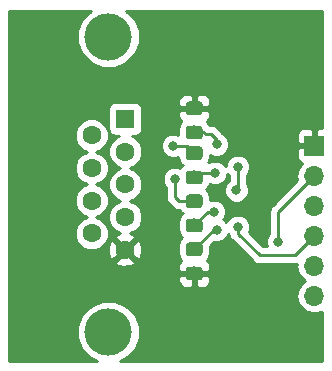
<source format=gbr>
G04 #@! TF.GenerationSoftware,KiCad,Pcbnew,(5.0.2)-1*
G04 #@! TF.CreationDate,2019-09-08T20:26:19-04:00*
G04 #@! TF.ProjectId,RS232_TTL_Male,52533233-325f-4545-944c-5f4d616c652e,rev?*
G04 #@! TF.SameCoordinates,Original*
G04 #@! TF.FileFunction,Copper,L2,Bot*
G04 #@! TF.FilePolarity,Positive*
%FSLAX46Y46*%
G04 Gerber Fmt 4.6, Leading zero omitted, Abs format (unit mm)*
G04 Created by KiCad (PCBNEW (5.0.2)-1) date 9/8/2019 8:26:19 PM*
%MOMM*%
%LPD*%
G01*
G04 APERTURE LIST*
G04 #@! TA.AperFunction,Conductor*
%ADD10C,0.100000*%
G04 #@! TD*
G04 #@! TA.AperFunction,SMDPad,CuDef*
%ADD11C,1.150000*%
G04 #@! TD*
G04 #@! TA.AperFunction,ComponentPad*
%ADD12R,1.700000X1.700000*%
G04 #@! TD*
G04 #@! TA.AperFunction,ComponentPad*
%ADD13O,1.700000X1.700000*%
G04 #@! TD*
G04 #@! TA.AperFunction,ComponentPad*
%ADD14R,1.600000X1.600000*%
G04 #@! TD*
G04 #@! TA.AperFunction,ComponentPad*
%ADD15C,1.600000*%
G04 #@! TD*
G04 #@! TA.AperFunction,ComponentPad*
%ADD16C,4.000000*%
G04 #@! TD*
G04 #@! TA.AperFunction,ViaPad*
%ADD17C,0.800000*%
G04 #@! TD*
G04 #@! TA.AperFunction,Conductor*
%ADD18C,0.250000*%
G04 #@! TD*
G04 #@! TA.AperFunction,Conductor*
%ADD19C,0.254000*%
G04 #@! TD*
G04 APERTURE END LIST*
D10*
G04 #@! TO.N,Net-(C1-Pad1)*
G04 #@! TO.C,C1*
G36*
X16857505Y-12244204D02*
X16881773Y-12247804D01*
X16905572Y-12253765D01*
X16928671Y-12262030D01*
X16950850Y-12272520D01*
X16971893Y-12285132D01*
X16991599Y-12299747D01*
X17009777Y-12316223D01*
X17026253Y-12334401D01*
X17040868Y-12354107D01*
X17053480Y-12375150D01*
X17063970Y-12397329D01*
X17072235Y-12420428D01*
X17078196Y-12444227D01*
X17081796Y-12468495D01*
X17083000Y-12492999D01*
X17083000Y-13143001D01*
X17081796Y-13167505D01*
X17078196Y-13191773D01*
X17072235Y-13215572D01*
X17063970Y-13238671D01*
X17053480Y-13260850D01*
X17040868Y-13281893D01*
X17026253Y-13301599D01*
X17009777Y-13319777D01*
X16991599Y-13336253D01*
X16971893Y-13350868D01*
X16950850Y-13363480D01*
X16928671Y-13373970D01*
X16905572Y-13382235D01*
X16881773Y-13388196D01*
X16857505Y-13391796D01*
X16833001Y-13393000D01*
X15932999Y-13393000D01*
X15908495Y-13391796D01*
X15884227Y-13388196D01*
X15860428Y-13382235D01*
X15837329Y-13373970D01*
X15815150Y-13363480D01*
X15794107Y-13350868D01*
X15774401Y-13336253D01*
X15756223Y-13319777D01*
X15739747Y-13301599D01*
X15725132Y-13281893D01*
X15712520Y-13260850D01*
X15702030Y-13238671D01*
X15693765Y-13215572D01*
X15687804Y-13191773D01*
X15684204Y-13167505D01*
X15683000Y-13143001D01*
X15683000Y-12492999D01*
X15684204Y-12468495D01*
X15687804Y-12444227D01*
X15693765Y-12420428D01*
X15702030Y-12397329D01*
X15712520Y-12375150D01*
X15725132Y-12354107D01*
X15739747Y-12334401D01*
X15756223Y-12316223D01*
X15774401Y-12299747D01*
X15794107Y-12285132D01*
X15815150Y-12272520D01*
X15837329Y-12262030D01*
X15860428Y-12253765D01*
X15884227Y-12247804D01*
X15908495Y-12244204D01*
X15932999Y-12243000D01*
X16833001Y-12243000D01*
X16857505Y-12244204D01*
X16857505Y-12244204D01*
G37*
D11*
G04 #@! TD*
G04 #@! TO.P,C1,1*
G04 #@! TO.N,Net-(C1-Pad1)*
X16383000Y-12818000D03*
D10*
G04 #@! TO.N,Net-(C1-Pad2)*
G04 #@! TO.C,C1*
G36*
X16857505Y-14294204D02*
X16881773Y-14297804D01*
X16905572Y-14303765D01*
X16928671Y-14312030D01*
X16950850Y-14322520D01*
X16971893Y-14335132D01*
X16991599Y-14349747D01*
X17009777Y-14366223D01*
X17026253Y-14384401D01*
X17040868Y-14404107D01*
X17053480Y-14425150D01*
X17063970Y-14447329D01*
X17072235Y-14470428D01*
X17078196Y-14494227D01*
X17081796Y-14518495D01*
X17083000Y-14542999D01*
X17083000Y-15193001D01*
X17081796Y-15217505D01*
X17078196Y-15241773D01*
X17072235Y-15265572D01*
X17063970Y-15288671D01*
X17053480Y-15310850D01*
X17040868Y-15331893D01*
X17026253Y-15351599D01*
X17009777Y-15369777D01*
X16991599Y-15386253D01*
X16971893Y-15400868D01*
X16950850Y-15413480D01*
X16928671Y-15423970D01*
X16905572Y-15432235D01*
X16881773Y-15438196D01*
X16857505Y-15441796D01*
X16833001Y-15443000D01*
X15932999Y-15443000D01*
X15908495Y-15441796D01*
X15884227Y-15438196D01*
X15860428Y-15432235D01*
X15837329Y-15423970D01*
X15815150Y-15413480D01*
X15794107Y-15400868D01*
X15774401Y-15386253D01*
X15756223Y-15369777D01*
X15739747Y-15351599D01*
X15725132Y-15331893D01*
X15712520Y-15310850D01*
X15702030Y-15288671D01*
X15693765Y-15265572D01*
X15687804Y-15241773D01*
X15684204Y-15217505D01*
X15683000Y-15193001D01*
X15683000Y-14542999D01*
X15684204Y-14518495D01*
X15687804Y-14494227D01*
X15693765Y-14470428D01*
X15702030Y-14447329D01*
X15712520Y-14425150D01*
X15725132Y-14404107D01*
X15739747Y-14384401D01*
X15756223Y-14366223D01*
X15774401Y-14349747D01*
X15794107Y-14335132D01*
X15815150Y-14322520D01*
X15837329Y-14312030D01*
X15860428Y-14303765D01*
X15884227Y-14297804D01*
X15908495Y-14294204D01*
X15932999Y-14293000D01*
X16833001Y-14293000D01*
X16857505Y-14294204D01*
X16857505Y-14294204D01*
G37*
D11*
G04 #@! TD*
G04 #@! TO.P,C1,2*
G04 #@! TO.N,Net-(C1-Pad2)*
X16383000Y-14868000D03*
D10*
G04 #@! TO.N,Net-(C2-Pad2)*
G04 #@! TO.C,C2*
G36*
X16857505Y-18358204D02*
X16881773Y-18361804D01*
X16905572Y-18367765D01*
X16928671Y-18376030D01*
X16950850Y-18386520D01*
X16971893Y-18399132D01*
X16991599Y-18413747D01*
X17009777Y-18430223D01*
X17026253Y-18448401D01*
X17040868Y-18468107D01*
X17053480Y-18489150D01*
X17063970Y-18511329D01*
X17072235Y-18534428D01*
X17078196Y-18558227D01*
X17081796Y-18582495D01*
X17083000Y-18606999D01*
X17083000Y-19257001D01*
X17081796Y-19281505D01*
X17078196Y-19305773D01*
X17072235Y-19329572D01*
X17063970Y-19352671D01*
X17053480Y-19374850D01*
X17040868Y-19395893D01*
X17026253Y-19415599D01*
X17009777Y-19433777D01*
X16991599Y-19450253D01*
X16971893Y-19464868D01*
X16950850Y-19477480D01*
X16928671Y-19487970D01*
X16905572Y-19496235D01*
X16881773Y-19502196D01*
X16857505Y-19505796D01*
X16833001Y-19507000D01*
X15932999Y-19507000D01*
X15908495Y-19505796D01*
X15884227Y-19502196D01*
X15860428Y-19496235D01*
X15837329Y-19487970D01*
X15815150Y-19477480D01*
X15794107Y-19464868D01*
X15774401Y-19450253D01*
X15756223Y-19433777D01*
X15739747Y-19415599D01*
X15725132Y-19395893D01*
X15712520Y-19374850D01*
X15702030Y-19352671D01*
X15693765Y-19329572D01*
X15687804Y-19305773D01*
X15684204Y-19281505D01*
X15683000Y-19257001D01*
X15683000Y-18606999D01*
X15684204Y-18582495D01*
X15687804Y-18558227D01*
X15693765Y-18534428D01*
X15702030Y-18511329D01*
X15712520Y-18489150D01*
X15725132Y-18468107D01*
X15739747Y-18448401D01*
X15756223Y-18430223D01*
X15774401Y-18413747D01*
X15794107Y-18399132D01*
X15815150Y-18386520D01*
X15837329Y-18376030D01*
X15860428Y-18367765D01*
X15884227Y-18361804D01*
X15908495Y-18358204D01*
X15932999Y-18357000D01*
X16833001Y-18357000D01*
X16857505Y-18358204D01*
X16857505Y-18358204D01*
G37*
D11*
G04 #@! TD*
G04 #@! TO.P,C2,2*
G04 #@! TO.N,Net-(C2-Pad2)*
X16383000Y-18932000D03*
D10*
G04 #@! TO.N,Net-(C2-Pad1)*
G04 #@! TO.C,C2*
G36*
X16857505Y-16308204D02*
X16881773Y-16311804D01*
X16905572Y-16317765D01*
X16928671Y-16326030D01*
X16950850Y-16336520D01*
X16971893Y-16349132D01*
X16991599Y-16363747D01*
X17009777Y-16380223D01*
X17026253Y-16398401D01*
X17040868Y-16418107D01*
X17053480Y-16439150D01*
X17063970Y-16461329D01*
X17072235Y-16484428D01*
X17078196Y-16508227D01*
X17081796Y-16532495D01*
X17083000Y-16556999D01*
X17083000Y-17207001D01*
X17081796Y-17231505D01*
X17078196Y-17255773D01*
X17072235Y-17279572D01*
X17063970Y-17302671D01*
X17053480Y-17324850D01*
X17040868Y-17345893D01*
X17026253Y-17365599D01*
X17009777Y-17383777D01*
X16991599Y-17400253D01*
X16971893Y-17414868D01*
X16950850Y-17427480D01*
X16928671Y-17437970D01*
X16905572Y-17446235D01*
X16881773Y-17452196D01*
X16857505Y-17455796D01*
X16833001Y-17457000D01*
X15932999Y-17457000D01*
X15908495Y-17455796D01*
X15884227Y-17452196D01*
X15860428Y-17446235D01*
X15837329Y-17437970D01*
X15815150Y-17427480D01*
X15794107Y-17414868D01*
X15774401Y-17400253D01*
X15756223Y-17383777D01*
X15739747Y-17365599D01*
X15725132Y-17345893D01*
X15712520Y-17324850D01*
X15702030Y-17302671D01*
X15693765Y-17279572D01*
X15687804Y-17255773D01*
X15684204Y-17231505D01*
X15683000Y-17207001D01*
X15683000Y-16556999D01*
X15684204Y-16532495D01*
X15687804Y-16508227D01*
X15693765Y-16484428D01*
X15702030Y-16461329D01*
X15712520Y-16439150D01*
X15725132Y-16418107D01*
X15739747Y-16398401D01*
X15756223Y-16380223D01*
X15774401Y-16363747D01*
X15794107Y-16349132D01*
X15815150Y-16336520D01*
X15837329Y-16326030D01*
X15860428Y-16317765D01*
X15884227Y-16311804D01*
X15908495Y-16308204D01*
X15932999Y-16307000D01*
X16833001Y-16307000D01*
X16857505Y-16308204D01*
X16857505Y-16308204D01*
G37*
D11*
G04 #@! TD*
G04 #@! TO.P,C2,1*
G04 #@! TO.N,Net-(C2-Pad1)*
X16383000Y-16882000D03*
D10*
G04 #@! TO.N,GND*
G04 #@! TO.C,C3*
G36*
X16857505Y-8434204D02*
X16881773Y-8437804D01*
X16905572Y-8443765D01*
X16928671Y-8452030D01*
X16950850Y-8462520D01*
X16971893Y-8475132D01*
X16991599Y-8489747D01*
X17009777Y-8506223D01*
X17026253Y-8524401D01*
X17040868Y-8544107D01*
X17053480Y-8565150D01*
X17063970Y-8587329D01*
X17072235Y-8610428D01*
X17078196Y-8634227D01*
X17081796Y-8658495D01*
X17083000Y-8682999D01*
X17083000Y-9333001D01*
X17081796Y-9357505D01*
X17078196Y-9381773D01*
X17072235Y-9405572D01*
X17063970Y-9428671D01*
X17053480Y-9450850D01*
X17040868Y-9471893D01*
X17026253Y-9491599D01*
X17009777Y-9509777D01*
X16991599Y-9526253D01*
X16971893Y-9540868D01*
X16950850Y-9553480D01*
X16928671Y-9563970D01*
X16905572Y-9572235D01*
X16881773Y-9578196D01*
X16857505Y-9581796D01*
X16833001Y-9583000D01*
X15932999Y-9583000D01*
X15908495Y-9581796D01*
X15884227Y-9578196D01*
X15860428Y-9572235D01*
X15837329Y-9563970D01*
X15815150Y-9553480D01*
X15794107Y-9540868D01*
X15774401Y-9526253D01*
X15756223Y-9509777D01*
X15739747Y-9491599D01*
X15725132Y-9471893D01*
X15712520Y-9450850D01*
X15702030Y-9428671D01*
X15693765Y-9405572D01*
X15687804Y-9381773D01*
X15684204Y-9357505D01*
X15683000Y-9333001D01*
X15683000Y-8682999D01*
X15684204Y-8658495D01*
X15687804Y-8634227D01*
X15693765Y-8610428D01*
X15702030Y-8587329D01*
X15712520Y-8565150D01*
X15725132Y-8544107D01*
X15739747Y-8524401D01*
X15756223Y-8506223D01*
X15774401Y-8489747D01*
X15794107Y-8475132D01*
X15815150Y-8462520D01*
X15837329Y-8452030D01*
X15860428Y-8443765D01*
X15884227Y-8437804D01*
X15908495Y-8434204D01*
X15932999Y-8433000D01*
X16833001Y-8433000D01*
X16857505Y-8434204D01*
X16857505Y-8434204D01*
G37*
D11*
G04 #@! TD*
G04 #@! TO.P,C3,1*
G04 #@! TO.N,GND*
X16383000Y-9008000D03*
D10*
G04 #@! TO.N,Net-(C3-Pad2)*
G04 #@! TO.C,C3*
G36*
X16857505Y-10484204D02*
X16881773Y-10487804D01*
X16905572Y-10493765D01*
X16928671Y-10502030D01*
X16950850Y-10512520D01*
X16971893Y-10525132D01*
X16991599Y-10539747D01*
X17009777Y-10556223D01*
X17026253Y-10574401D01*
X17040868Y-10594107D01*
X17053480Y-10615150D01*
X17063970Y-10637329D01*
X17072235Y-10660428D01*
X17078196Y-10684227D01*
X17081796Y-10708495D01*
X17083000Y-10732999D01*
X17083000Y-11383001D01*
X17081796Y-11407505D01*
X17078196Y-11431773D01*
X17072235Y-11455572D01*
X17063970Y-11478671D01*
X17053480Y-11500850D01*
X17040868Y-11521893D01*
X17026253Y-11541599D01*
X17009777Y-11559777D01*
X16991599Y-11576253D01*
X16971893Y-11590868D01*
X16950850Y-11603480D01*
X16928671Y-11613970D01*
X16905572Y-11622235D01*
X16881773Y-11628196D01*
X16857505Y-11631796D01*
X16833001Y-11633000D01*
X15932999Y-11633000D01*
X15908495Y-11631796D01*
X15884227Y-11628196D01*
X15860428Y-11622235D01*
X15837329Y-11613970D01*
X15815150Y-11603480D01*
X15794107Y-11590868D01*
X15774401Y-11576253D01*
X15756223Y-11559777D01*
X15739747Y-11541599D01*
X15725132Y-11521893D01*
X15712520Y-11500850D01*
X15702030Y-11478671D01*
X15693765Y-11455572D01*
X15687804Y-11431773D01*
X15684204Y-11407505D01*
X15683000Y-11383001D01*
X15683000Y-10732999D01*
X15684204Y-10708495D01*
X15687804Y-10684227D01*
X15693765Y-10660428D01*
X15702030Y-10637329D01*
X15712520Y-10615150D01*
X15725132Y-10594107D01*
X15739747Y-10574401D01*
X15756223Y-10556223D01*
X15774401Y-10539747D01*
X15794107Y-10525132D01*
X15815150Y-10512520D01*
X15837329Y-10502030D01*
X15860428Y-10493765D01*
X15884227Y-10487804D01*
X15908495Y-10484204D01*
X15932999Y-10483000D01*
X16833001Y-10483000D01*
X16857505Y-10484204D01*
X16857505Y-10484204D01*
G37*
D11*
G04 #@! TD*
G04 #@! TO.P,C3,2*
G04 #@! TO.N,Net-(C3-Pad2)*
X16383000Y-11058000D03*
D10*
G04 #@! TO.N,Net-(C4-Pad2)*
G04 #@! TO.C,C4*
G36*
X16857505Y-20372204D02*
X16881773Y-20375804D01*
X16905572Y-20381765D01*
X16928671Y-20390030D01*
X16950850Y-20400520D01*
X16971893Y-20413132D01*
X16991599Y-20427747D01*
X17009777Y-20444223D01*
X17026253Y-20462401D01*
X17040868Y-20482107D01*
X17053480Y-20503150D01*
X17063970Y-20525329D01*
X17072235Y-20548428D01*
X17078196Y-20572227D01*
X17081796Y-20596495D01*
X17083000Y-20620999D01*
X17083000Y-21271001D01*
X17081796Y-21295505D01*
X17078196Y-21319773D01*
X17072235Y-21343572D01*
X17063970Y-21366671D01*
X17053480Y-21388850D01*
X17040868Y-21409893D01*
X17026253Y-21429599D01*
X17009777Y-21447777D01*
X16991599Y-21464253D01*
X16971893Y-21478868D01*
X16950850Y-21491480D01*
X16928671Y-21501970D01*
X16905572Y-21510235D01*
X16881773Y-21516196D01*
X16857505Y-21519796D01*
X16833001Y-21521000D01*
X15932999Y-21521000D01*
X15908495Y-21519796D01*
X15884227Y-21516196D01*
X15860428Y-21510235D01*
X15837329Y-21501970D01*
X15815150Y-21491480D01*
X15794107Y-21478868D01*
X15774401Y-21464253D01*
X15756223Y-21447777D01*
X15739747Y-21429599D01*
X15725132Y-21409893D01*
X15712520Y-21388850D01*
X15702030Y-21366671D01*
X15693765Y-21343572D01*
X15687804Y-21319773D01*
X15684204Y-21295505D01*
X15683000Y-21271001D01*
X15683000Y-20620999D01*
X15684204Y-20596495D01*
X15687804Y-20572227D01*
X15693765Y-20548428D01*
X15702030Y-20525329D01*
X15712520Y-20503150D01*
X15725132Y-20482107D01*
X15739747Y-20462401D01*
X15756223Y-20444223D01*
X15774401Y-20427747D01*
X15794107Y-20413132D01*
X15815150Y-20400520D01*
X15837329Y-20390030D01*
X15860428Y-20381765D01*
X15884227Y-20375804D01*
X15908495Y-20372204D01*
X15932999Y-20371000D01*
X16833001Y-20371000D01*
X16857505Y-20372204D01*
X16857505Y-20372204D01*
G37*
D11*
G04 #@! TD*
G04 #@! TO.P,C4,2*
G04 #@! TO.N,Net-(C4-Pad2)*
X16383000Y-20946000D03*
D10*
G04 #@! TO.N,GND*
G04 #@! TO.C,C4*
G36*
X16857505Y-22422204D02*
X16881773Y-22425804D01*
X16905572Y-22431765D01*
X16928671Y-22440030D01*
X16950850Y-22450520D01*
X16971893Y-22463132D01*
X16991599Y-22477747D01*
X17009777Y-22494223D01*
X17026253Y-22512401D01*
X17040868Y-22532107D01*
X17053480Y-22553150D01*
X17063970Y-22575329D01*
X17072235Y-22598428D01*
X17078196Y-22622227D01*
X17081796Y-22646495D01*
X17083000Y-22670999D01*
X17083000Y-23321001D01*
X17081796Y-23345505D01*
X17078196Y-23369773D01*
X17072235Y-23393572D01*
X17063970Y-23416671D01*
X17053480Y-23438850D01*
X17040868Y-23459893D01*
X17026253Y-23479599D01*
X17009777Y-23497777D01*
X16991599Y-23514253D01*
X16971893Y-23528868D01*
X16950850Y-23541480D01*
X16928671Y-23551970D01*
X16905572Y-23560235D01*
X16881773Y-23566196D01*
X16857505Y-23569796D01*
X16833001Y-23571000D01*
X15932999Y-23571000D01*
X15908495Y-23569796D01*
X15884227Y-23566196D01*
X15860428Y-23560235D01*
X15837329Y-23551970D01*
X15815150Y-23541480D01*
X15794107Y-23528868D01*
X15774401Y-23514253D01*
X15756223Y-23497777D01*
X15739747Y-23479599D01*
X15725132Y-23459893D01*
X15712520Y-23438850D01*
X15702030Y-23416671D01*
X15693765Y-23393572D01*
X15687804Y-23369773D01*
X15684204Y-23345505D01*
X15683000Y-23321001D01*
X15683000Y-22670999D01*
X15684204Y-22646495D01*
X15687804Y-22622227D01*
X15693765Y-22598428D01*
X15702030Y-22575329D01*
X15712520Y-22553150D01*
X15725132Y-22532107D01*
X15739747Y-22512401D01*
X15756223Y-22494223D01*
X15774401Y-22477747D01*
X15794107Y-22463132D01*
X15815150Y-22450520D01*
X15837329Y-22440030D01*
X15860428Y-22431765D01*
X15884227Y-22425804D01*
X15908495Y-22422204D01*
X15932999Y-22421000D01*
X16833001Y-22421000D01*
X16857505Y-22422204D01*
X16857505Y-22422204D01*
G37*
D11*
G04 #@! TD*
G04 #@! TO.P,C4,1*
G04 #@! TO.N,GND*
X16383000Y-22996000D03*
D12*
G04 #@! TO.P,H1,1*
G04 #@! TO.N,GND*
X26543000Y-12192000D03*
D13*
G04 #@! TO.P,H1,2*
G04 #@! TO.N,Net-(H1-Pad2)*
X26543000Y-14732000D03*
G04 #@! TO.P,H1,3*
G04 #@! TO.N,/VCC*
X26543000Y-17272000D03*
G04 #@! TO.P,H1,4*
G04 #@! TO.N,Net-(H1-Pad4)*
X26543000Y-19812000D03*
G04 #@! TO.P,H1,5*
G04 #@! TO.N,Net-(H1-Pad5)*
X26543000Y-22352000D03*
G04 #@! TO.P,H1,6*
G04 #@! TO.N,Net-(H1-Pad6)*
X26543000Y-24892000D03*
G04 #@! TD*
D14*
G04 #@! TO.P,J1,1*
G04 #@! TO.N,N/C*
X10541000Y-9906000D03*
D15*
G04 #@! TO.P,J1,2*
G04 #@! TO.N,Net-(J1-Pad2)*
X10541000Y-12676000D03*
G04 #@! TO.P,J1,3*
G04 #@! TO.N,Net-(J1-Pad3)*
X10541000Y-15446000D03*
G04 #@! TO.P,J1,4*
G04 #@! TO.N,N/C*
X10541000Y-18216000D03*
G04 #@! TO.P,J1,5*
G04 #@! TO.N,GND*
X10541000Y-20986000D03*
G04 #@! TO.P,J1,6*
G04 #@! TO.N,N/C*
X7701000Y-11291000D03*
G04 #@! TO.P,J1,7*
G04 #@! TO.N,Net-(J1-Pad7)*
X7701000Y-14061000D03*
G04 #@! TO.P,J1,8*
G04 #@! TO.N,Net-(J1-Pad8)*
X7701000Y-16831000D03*
G04 #@! TO.P,J1,9*
G04 #@! TO.N,N/C*
X7701000Y-19601000D03*
D16*
G04 #@! TO.P,J1,0*
G04 #@! TO.N,Net-(J1-Pad0)*
X9121000Y-2946000D03*
X9121000Y-27946000D03*
G04 #@! TD*
D17*
G04 #@! TO.N,Net-(C1-Pad1)*
X14605000Y-12192000D03*
G04 #@! TO.N,Net-(C1-Pad2)*
X18161000Y-14478000D03*
G04 #@! TO.N,Net-(C2-Pad2)*
X18034000Y-17780000D03*
G04 #@! TO.N,Net-(C2-Pad1)*
X14732000Y-14986000D03*
G04 #@! TO.N,GND*
X23241000Y-12573000D03*
G04 #@! TO.N,Net-(C3-Pad2)*
X18288000Y-12065000D03*
G04 #@! TO.N,Net-(C4-Pad2)*
X18288000Y-19304000D03*
G04 #@! TO.N,Net-(J1-Pad3)*
X20066000Y-13970000D03*
X19959955Y-15965000D03*
G04 #@! TO.N,Net-(H1-Pad2)*
X23495000Y-20320000D03*
G04 #@! TO.N,Net-(H1-Pad4)*
X20066000Y-19050000D03*
G04 #@! TD*
D18*
G04 #@! TO.N,Net-(C1-Pad1)*
X15757000Y-12192000D02*
X16383000Y-12818000D01*
X14605000Y-12192000D02*
X15757000Y-12192000D01*
G04 #@! TO.N,Net-(C1-Pad2)*
X16773000Y-14478000D02*
X16383000Y-14868000D01*
X18161000Y-14478000D02*
X16773000Y-14478000D01*
G04 #@! TO.N,Net-(C2-Pad2)*
X17535000Y-17780000D02*
X16383000Y-18932000D01*
X18034000Y-17780000D02*
X17535000Y-17780000D01*
G04 #@! TO.N,Net-(C2-Pad1)*
X14732000Y-14986000D02*
X14732000Y-16510000D01*
X15104000Y-16882000D02*
X16383000Y-16882000D01*
X14732000Y-16510000D02*
X15104000Y-16882000D01*
G04 #@! TO.N,Net-(C3-Pad2)*
X17183000Y-11058000D02*
X17301000Y-11176000D01*
X16383000Y-11058000D02*
X17183000Y-11058000D01*
X17301000Y-11176000D02*
X17780000Y-11176000D01*
X17780000Y-11176000D02*
X18288000Y-11684000D01*
X18288000Y-11684000D02*
X18288000Y-12065000D01*
G04 #@! TO.N,Net-(C4-Pad2)*
X18025000Y-19304000D02*
X18288000Y-19304000D01*
X16383000Y-20946000D02*
X18025000Y-19304000D01*
G04 #@! TO.N,Net-(J1-Pad3)*
X20066000Y-15858955D02*
X19959955Y-15965000D01*
X20066000Y-13970000D02*
X20066000Y-15858955D01*
G04 #@! TO.N,Net-(H1-Pad2)*
X23495000Y-17780000D02*
X26543000Y-14732000D01*
X23495000Y-20320000D02*
X23495000Y-17780000D01*
G04 #@! TO.N,Net-(H1-Pad4)*
X20066000Y-19615685D02*
X21913315Y-21463000D01*
X20066000Y-19050000D02*
X20066000Y-19615685D01*
X24892000Y-21463000D02*
X26543000Y-19812000D01*
X21913315Y-21463000D02*
X24892000Y-21463000D01*
G04 #@! TD*
D19*
G04 #@! TO.N,GND*
G36*
X6887155Y-1453392D02*
X6486000Y-2421866D01*
X6486000Y-3470134D01*
X6887155Y-4438608D01*
X7628392Y-5179845D01*
X8596866Y-5581000D01*
X9645134Y-5581000D01*
X10613608Y-5179845D01*
X11354845Y-4438608D01*
X11756000Y-3470134D01*
X11756000Y-2421866D01*
X11354845Y-1453392D01*
X10636453Y-735000D01*
X27205000Y-735000D01*
X27205000Y-10707000D01*
X26828750Y-10707000D01*
X26670000Y-10865750D01*
X26670000Y-12065000D01*
X26690000Y-12065000D01*
X26690000Y-12319000D01*
X26670000Y-12319000D01*
X26670000Y-12339000D01*
X26416000Y-12339000D01*
X26416000Y-12319000D01*
X25216750Y-12319000D01*
X25058000Y-12477750D01*
X25058000Y-13168310D01*
X25154673Y-13401699D01*
X25333302Y-13580327D01*
X25494033Y-13646904D01*
X25472375Y-13661375D01*
X25144161Y-14152582D01*
X25028908Y-14732000D01*
X25101791Y-15098408D01*
X23010528Y-17189671D01*
X22947072Y-17232071D01*
X22904672Y-17295527D01*
X22904671Y-17295528D01*
X22779097Y-17483463D01*
X22720112Y-17780000D01*
X22735001Y-17854852D01*
X22735000Y-19616289D01*
X22617569Y-19733720D01*
X22460000Y-20114126D01*
X22460000Y-20525874D01*
X22533368Y-20703000D01*
X22228117Y-20703000D01*
X21007271Y-19482155D01*
X21101000Y-19255874D01*
X21101000Y-18844126D01*
X20943431Y-18463720D01*
X20652280Y-18172569D01*
X20271874Y-18015000D01*
X19860126Y-18015000D01*
X19479720Y-18172569D01*
X19188569Y-18463720D01*
X19107397Y-18659686D01*
X18874280Y-18426569D01*
X18857919Y-18419792D01*
X18911431Y-18366280D01*
X19069000Y-17985874D01*
X19069000Y-17574126D01*
X18911431Y-17193720D01*
X18620280Y-16902569D01*
X18239874Y-16745000D01*
X17828126Y-16745000D01*
X17730440Y-16785463D01*
X17730440Y-16556999D01*
X17662127Y-16213564D01*
X17467586Y-15922414D01*
X17396626Y-15875000D01*
X17467586Y-15827586D01*
X17662127Y-15536436D01*
X17688737Y-15402658D01*
X17955126Y-15513000D01*
X18366874Y-15513000D01*
X18747280Y-15355431D01*
X19038431Y-15064280D01*
X19196000Y-14683874D01*
X19196000Y-14563711D01*
X19306000Y-14673711D01*
X19306001Y-15155243D01*
X19082524Y-15378720D01*
X18924955Y-15759126D01*
X18924955Y-16170874D01*
X19082524Y-16551280D01*
X19373675Y-16842431D01*
X19754081Y-17000000D01*
X20165829Y-17000000D01*
X20546235Y-16842431D01*
X20837386Y-16551280D01*
X20994955Y-16170874D01*
X20994955Y-15759126D01*
X20837386Y-15378720D01*
X20826000Y-15367334D01*
X20826000Y-14673711D01*
X20943431Y-14556280D01*
X21101000Y-14175874D01*
X21101000Y-13764126D01*
X20943431Y-13383720D01*
X20652280Y-13092569D01*
X20271874Y-12935000D01*
X19860126Y-12935000D01*
X19479720Y-13092569D01*
X19188569Y-13383720D01*
X19031000Y-13764126D01*
X19031000Y-13884289D01*
X18747280Y-13600569D01*
X18366874Y-13443000D01*
X17955126Y-13443000D01*
X17590131Y-13594186D01*
X17662127Y-13486436D01*
X17730440Y-13143001D01*
X17730440Y-12954327D01*
X18082126Y-13100000D01*
X18493874Y-13100000D01*
X18874280Y-12942431D01*
X19165431Y-12651280D01*
X19323000Y-12270874D01*
X19323000Y-11859126D01*
X19165431Y-11478720D01*
X18902401Y-11215690D01*
X25058000Y-11215690D01*
X25058000Y-11906250D01*
X25216750Y-12065000D01*
X26416000Y-12065000D01*
X26416000Y-10865750D01*
X26257250Y-10707000D01*
X25566691Y-10707000D01*
X25333302Y-10803673D01*
X25154673Y-10982301D01*
X25058000Y-11215690D01*
X18902401Y-11215690D01*
X18874280Y-11187569D01*
X18868831Y-11185312D01*
X18835929Y-11136071D01*
X18772475Y-11093673D01*
X18370330Y-10691529D01*
X18327929Y-10628071D01*
X18076537Y-10460096D01*
X17854852Y-10416000D01*
X17854847Y-10416000D01*
X17780000Y-10401112D01*
X17705153Y-10416000D01*
X17667385Y-10416000D01*
X17662127Y-10389564D01*
X17467586Y-10098414D01*
X17466403Y-10097623D01*
X17621327Y-9942698D01*
X17718000Y-9709309D01*
X17718000Y-9293750D01*
X17559250Y-9135000D01*
X16510000Y-9135000D01*
X16510000Y-9155000D01*
X16256000Y-9155000D01*
X16256000Y-9135000D01*
X15206750Y-9135000D01*
X15048000Y-9293750D01*
X15048000Y-9709309D01*
X15144673Y-9942698D01*
X15299597Y-10097623D01*
X15298414Y-10098414D01*
X15103873Y-10389564D01*
X15035560Y-10732999D01*
X15035560Y-11250068D01*
X14810874Y-11157000D01*
X14399126Y-11157000D01*
X14018720Y-11314569D01*
X13727569Y-11605720D01*
X13570000Y-11986126D01*
X13570000Y-12397874D01*
X13727569Y-12778280D01*
X14018720Y-13069431D01*
X14399126Y-13227000D01*
X14810874Y-13227000D01*
X15035560Y-13133932D01*
X15035560Y-13143001D01*
X15103873Y-13486436D01*
X15298414Y-13777586D01*
X15396313Y-13843000D01*
X15298414Y-13908414D01*
X15197972Y-14058736D01*
X14937874Y-13951000D01*
X14526126Y-13951000D01*
X14145720Y-14108569D01*
X13854569Y-14399720D01*
X13697000Y-14780126D01*
X13697000Y-15191874D01*
X13854569Y-15572280D01*
X13972000Y-15689711D01*
X13972001Y-16435149D01*
X13957112Y-16510000D01*
X13972001Y-16584852D01*
X14011017Y-16781000D01*
X14016097Y-16806537D01*
X14080264Y-16902569D01*
X14184072Y-17057929D01*
X14247527Y-17100329D01*
X14513671Y-17366472D01*
X14556071Y-17429929D01*
X14807463Y-17597904D01*
X15029148Y-17642000D01*
X15029152Y-17642000D01*
X15103999Y-17656888D01*
X15166672Y-17644421D01*
X15298414Y-17841586D01*
X15396313Y-17907000D01*
X15298414Y-17972414D01*
X15103873Y-18263564D01*
X15035560Y-18606999D01*
X15035560Y-19257001D01*
X15103873Y-19600436D01*
X15298414Y-19891586D01*
X15369374Y-19939000D01*
X15298414Y-19986414D01*
X15103873Y-20277564D01*
X15035560Y-20620999D01*
X15035560Y-21271001D01*
X15103873Y-21614436D01*
X15298414Y-21905586D01*
X15299597Y-21906377D01*
X15144673Y-22061302D01*
X15048000Y-22294691D01*
X15048000Y-22710250D01*
X15206750Y-22869000D01*
X16256000Y-22869000D01*
X16256000Y-22849000D01*
X16510000Y-22849000D01*
X16510000Y-22869000D01*
X17559250Y-22869000D01*
X17718000Y-22710250D01*
X17718000Y-22294691D01*
X17621327Y-22061302D01*
X17466403Y-21906377D01*
X17467586Y-21905586D01*
X17662127Y-21614436D01*
X17730440Y-21271001D01*
X17730440Y-20673361D01*
X18069876Y-20333926D01*
X18082126Y-20339000D01*
X18493874Y-20339000D01*
X18874280Y-20181431D01*
X19165431Y-19890280D01*
X19246603Y-19694314D01*
X19321686Y-19769397D01*
X19350096Y-19912222D01*
X19518072Y-20163614D01*
X19581528Y-20206014D01*
X21322986Y-21947473D01*
X21365386Y-22010929D01*
X21616778Y-22178904D01*
X21838463Y-22223000D01*
X21838468Y-22223000D01*
X21913315Y-22237888D01*
X21988162Y-22223000D01*
X24817153Y-22223000D01*
X24892000Y-22237888D01*
X24966847Y-22223000D01*
X24966852Y-22223000D01*
X25058181Y-22204833D01*
X25028908Y-22352000D01*
X25144161Y-22931418D01*
X25472375Y-23422625D01*
X25770761Y-23622000D01*
X25472375Y-23821375D01*
X25144161Y-24312582D01*
X25028908Y-24892000D01*
X25144161Y-25471418D01*
X25472375Y-25962625D01*
X25963582Y-26290839D01*
X26396744Y-26377000D01*
X26689256Y-26377000D01*
X27122418Y-26290839D01*
X27205001Y-26235659D01*
X27205001Y-30380000D01*
X10130391Y-30380000D01*
X10613608Y-30179845D01*
X11354845Y-29438608D01*
X11756000Y-28470134D01*
X11756000Y-27421866D01*
X11354845Y-26453392D01*
X10613608Y-25712155D01*
X9645134Y-25311000D01*
X8596866Y-25311000D01*
X7628392Y-25712155D01*
X6887155Y-26453392D01*
X6486000Y-27421866D01*
X6486000Y-28470134D01*
X6887155Y-29438608D01*
X7628392Y-30179845D01*
X8111609Y-30380000D01*
X735000Y-30380000D01*
X735000Y-23281750D01*
X15048000Y-23281750D01*
X15048000Y-23697309D01*
X15144673Y-23930698D01*
X15323301Y-24109327D01*
X15556690Y-24206000D01*
X16097250Y-24206000D01*
X16256000Y-24047250D01*
X16256000Y-23123000D01*
X16510000Y-23123000D01*
X16510000Y-24047250D01*
X16668750Y-24206000D01*
X17209310Y-24206000D01*
X17442699Y-24109327D01*
X17621327Y-23930698D01*
X17718000Y-23697309D01*
X17718000Y-23281750D01*
X17559250Y-23123000D01*
X16510000Y-23123000D01*
X16256000Y-23123000D01*
X15206750Y-23123000D01*
X15048000Y-23281750D01*
X735000Y-23281750D01*
X735000Y-21993745D01*
X9712861Y-21993745D01*
X9786995Y-22239864D01*
X10324223Y-22432965D01*
X10894454Y-22405778D01*
X11295005Y-22239864D01*
X11369139Y-21993745D01*
X10541000Y-21165605D01*
X9712861Y-21993745D01*
X735000Y-21993745D01*
X735000Y-11005561D01*
X6266000Y-11005561D01*
X6266000Y-11576439D01*
X6484466Y-12103862D01*
X6888138Y-12507534D01*
X7294850Y-12676000D01*
X6888138Y-12844466D01*
X6484466Y-13248138D01*
X6266000Y-13775561D01*
X6266000Y-14346439D01*
X6484466Y-14873862D01*
X6888138Y-15277534D01*
X7294850Y-15446000D01*
X6888138Y-15614466D01*
X6484466Y-16018138D01*
X6266000Y-16545561D01*
X6266000Y-17116439D01*
X6484466Y-17643862D01*
X6888138Y-18047534D01*
X7294850Y-18216000D01*
X6888138Y-18384466D01*
X6484466Y-18788138D01*
X6266000Y-19315561D01*
X6266000Y-19886439D01*
X6484466Y-20413862D01*
X6888138Y-20817534D01*
X7415561Y-21036000D01*
X7986439Y-21036000D01*
X8513862Y-20817534D01*
X8562173Y-20769223D01*
X9094035Y-20769223D01*
X9121222Y-21339454D01*
X9287136Y-21740005D01*
X9533255Y-21814139D01*
X10361395Y-20986000D01*
X10720605Y-20986000D01*
X11548745Y-21814139D01*
X11794864Y-21740005D01*
X11987965Y-21202777D01*
X11960778Y-20632546D01*
X11794864Y-20231995D01*
X11548745Y-20157861D01*
X10720605Y-20986000D01*
X10361395Y-20986000D01*
X9533255Y-20157861D01*
X9287136Y-20231995D01*
X9094035Y-20769223D01*
X8562173Y-20769223D01*
X8917534Y-20413862D01*
X9136000Y-19886439D01*
X9136000Y-19315561D01*
X8917534Y-18788138D01*
X8513862Y-18384466D01*
X8107150Y-18216000D01*
X8513862Y-18047534D01*
X8917534Y-17643862D01*
X9136000Y-17116439D01*
X9136000Y-16545561D01*
X8917534Y-16018138D01*
X8513862Y-15614466D01*
X8107150Y-15446000D01*
X8513862Y-15277534D01*
X8917534Y-14873862D01*
X9136000Y-14346439D01*
X9136000Y-13775561D01*
X8917534Y-13248138D01*
X8513862Y-12844466D01*
X8107150Y-12676000D01*
X8513862Y-12507534D01*
X8917534Y-12103862D01*
X9136000Y-11576439D01*
X9136000Y-11005561D01*
X8917534Y-10478138D01*
X8513862Y-10074466D01*
X7986439Y-9856000D01*
X7415561Y-9856000D01*
X6888138Y-10074466D01*
X6484466Y-10478138D01*
X6266000Y-11005561D01*
X735000Y-11005561D01*
X735000Y-9106000D01*
X9093560Y-9106000D01*
X9093560Y-10706000D01*
X9142843Y-10953765D01*
X9283191Y-11163809D01*
X9493235Y-11304157D01*
X9741000Y-11353440D01*
X9984107Y-11353440D01*
X9728138Y-11459466D01*
X9324466Y-11863138D01*
X9106000Y-12390561D01*
X9106000Y-12961439D01*
X9324466Y-13488862D01*
X9728138Y-13892534D01*
X10134850Y-14061000D01*
X9728138Y-14229466D01*
X9324466Y-14633138D01*
X9106000Y-15160561D01*
X9106000Y-15731439D01*
X9324466Y-16258862D01*
X9728138Y-16662534D01*
X10134850Y-16831000D01*
X9728138Y-16999466D01*
X9324466Y-17403138D01*
X9106000Y-17930561D01*
X9106000Y-18501439D01*
X9324466Y-19028862D01*
X9728138Y-19432534D01*
X10119218Y-19594525D01*
X9786995Y-19732136D01*
X9712861Y-19978255D01*
X10541000Y-20806395D01*
X11369139Y-19978255D01*
X11295005Y-19732136D01*
X10939261Y-19604268D01*
X11353862Y-19432534D01*
X11757534Y-19028862D01*
X11976000Y-18501439D01*
X11976000Y-17930561D01*
X11757534Y-17403138D01*
X11353862Y-16999466D01*
X10947150Y-16831000D01*
X11353862Y-16662534D01*
X11757534Y-16258862D01*
X11976000Y-15731439D01*
X11976000Y-15160561D01*
X11757534Y-14633138D01*
X11353862Y-14229466D01*
X10947150Y-14061000D01*
X11353862Y-13892534D01*
X11757534Y-13488862D01*
X11976000Y-12961439D01*
X11976000Y-12390561D01*
X11757534Y-11863138D01*
X11353862Y-11459466D01*
X11097893Y-11353440D01*
X11341000Y-11353440D01*
X11588765Y-11304157D01*
X11798809Y-11163809D01*
X11939157Y-10953765D01*
X11988440Y-10706000D01*
X11988440Y-9106000D01*
X11939157Y-8858235D01*
X11798809Y-8648191D01*
X11588765Y-8507843D01*
X11341000Y-8458560D01*
X9741000Y-8458560D01*
X9493235Y-8507843D01*
X9283191Y-8648191D01*
X9142843Y-8858235D01*
X9093560Y-9106000D01*
X735000Y-9106000D01*
X735000Y-8306691D01*
X15048000Y-8306691D01*
X15048000Y-8722250D01*
X15206750Y-8881000D01*
X16256000Y-8881000D01*
X16256000Y-7956750D01*
X16510000Y-7956750D01*
X16510000Y-8881000D01*
X17559250Y-8881000D01*
X17718000Y-8722250D01*
X17718000Y-8306691D01*
X17621327Y-8073302D01*
X17442699Y-7894673D01*
X17209310Y-7798000D01*
X16668750Y-7798000D01*
X16510000Y-7956750D01*
X16256000Y-7956750D01*
X16097250Y-7798000D01*
X15556690Y-7798000D01*
X15323301Y-7894673D01*
X15144673Y-8073302D01*
X15048000Y-8306691D01*
X735000Y-8306691D01*
X735000Y-735000D01*
X7605547Y-735000D01*
X6887155Y-1453392D01*
X6887155Y-1453392D01*
G37*
X6887155Y-1453392D02*
X6486000Y-2421866D01*
X6486000Y-3470134D01*
X6887155Y-4438608D01*
X7628392Y-5179845D01*
X8596866Y-5581000D01*
X9645134Y-5581000D01*
X10613608Y-5179845D01*
X11354845Y-4438608D01*
X11756000Y-3470134D01*
X11756000Y-2421866D01*
X11354845Y-1453392D01*
X10636453Y-735000D01*
X27205000Y-735000D01*
X27205000Y-10707000D01*
X26828750Y-10707000D01*
X26670000Y-10865750D01*
X26670000Y-12065000D01*
X26690000Y-12065000D01*
X26690000Y-12319000D01*
X26670000Y-12319000D01*
X26670000Y-12339000D01*
X26416000Y-12339000D01*
X26416000Y-12319000D01*
X25216750Y-12319000D01*
X25058000Y-12477750D01*
X25058000Y-13168310D01*
X25154673Y-13401699D01*
X25333302Y-13580327D01*
X25494033Y-13646904D01*
X25472375Y-13661375D01*
X25144161Y-14152582D01*
X25028908Y-14732000D01*
X25101791Y-15098408D01*
X23010528Y-17189671D01*
X22947072Y-17232071D01*
X22904672Y-17295527D01*
X22904671Y-17295528D01*
X22779097Y-17483463D01*
X22720112Y-17780000D01*
X22735001Y-17854852D01*
X22735000Y-19616289D01*
X22617569Y-19733720D01*
X22460000Y-20114126D01*
X22460000Y-20525874D01*
X22533368Y-20703000D01*
X22228117Y-20703000D01*
X21007271Y-19482155D01*
X21101000Y-19255874D01*
X21101000Y-18844126D01*
X20943431Y-18463720D01*
X20652280Y-18172569D01*
X20271874Y-18015000D01*
X19860126Y-18015000D01*
X19479720Y-18172569D01*
X19188569Y-18463720D01*
X19107397Y-18659686D01*
X18874280Y-18426569D01*
X18857919Y-18419792D01*
X18911431Y-18366280D01*
X19069000Y-17985874D01*
X19069000Y-17574126D01*
X18911431Y-17193720D01*
X18620280Y-16902569D01*
X18239874Y-16745000D01*
X17828126Y-16745000D01*
X17730440Y-16785463D01*
X17730440Y-16556999D01*
X17662127Y-16213564D01*
X17467586Y-15922414D01*
X17396626Y-15875000D01*
X17467586Y-15827586D01*
X17662127Y-15536436D01*
X17688737Y-15402658D01*
X17955126Y-15513000D01*
X18366874Y-15513000D01*
X18747280Y-15355431D01*
X19038431Y-15064280D01*
X19196000Y-14683874D01*
X19196000Y-14563711D01*
X19306000Y-14673711D01*
X19306001Y-15155243D01*
X19082524Y-15378720D01*
X18924955Y-15759126D01*
X18924955Y-16170874D01*
X19082524Y-16551280D01*
X19373675Y-16842431D01*
X19754081Y-17000000D01*
X20165829Y-17000000D01*
X20546235Y-16842431D01*
X20837386Y-16551280D01*
X20994955Y-16170874D01*
X20994955Y-15759126D01*
X20837386Y-15378720D01*
X20826000Y-15367334D01*
X20826000Y-14673711D01*
X20943431Y-14556280D01*
X21101000Y-14175874D01*
X21101000Y-13764126D01*
X20943431Y-13383720D01*
X20652280Y-13092569D01*
X20271874Y-12935000D01*
X19860126Y-12935000D01*
X19479720Y-13092569D01*
X19188569Y-13383720D01*
X19031000Y-13764126D01*
X19031000Y-13884289D01*
X18747280Y-13600569D01*
X18366874Y-13443000D01*
X17955126Y-13443000D01*
X17590131Y-13594186D01*
X17662127Y-13486436D01*
X17730440Y-13143001D01*
X17730440Y-12954327D01*
X18082126Y-13100000D01*
X18493874Y-13100000D01*
X18874280Y-12942431D01*
X19165431Y-12651280D01*
X19323000Y-12270874D01*
X19323000Y-11859126D01*
X19165431Y-11478720D01*
X18902401Y-11215690D01*
X25058000Y-11215690D01*
X25058000Y-11906250D01*
X25216750Y-12065000D01*
X26416000Y-12065000D01*
X26416000Y-10865750D01*
X26257250Y-10707000D01*
X25566691Y-10707000D01*
X25333302Y-10803673D01*
X25154673Y-10982301D01*
X25058000Y-11215690D01*
X18902401Y-11215690D01*
X18874280Y-11187569D01*
X18868831Y-11185312D01*
X18835929Y-11136071D01*
X18772475Y-11093673D01*
X18370330Y-10691529D01*
X18327929Y-10628071D01*
X18076537Y-10460096D01*
X17854852Y-10416000D01*
X17854847Y-10416000D01*
X17780000Y-10401112D01*
X17705153Y-10416000D01*
X17667385Y-10416000D01*
X17662127Y-10389564D01*
X17467586Y-10098414D01*
X17466403Y-10097623D01*
X17621327Y-9942698D01*
X17718000Y-9709309D01*
X17718000Y-9293750D01*
X17559250Y-9135000D01*
X16510000Y-9135000D01*
X16510000Y-9155000D01*
X16256000Y-9155000D01*
X16256000Y-9135000D01*
X15206750Y-9135000D01*
X15048000Y-9293750D01*
X15048000Y-9709309D01*
X15144673Y-9942698D01*
X15299597Y-10097623D01*
X15298414Y-10098414D01*
X15103873Y-10389564D01*
X15035560Y-10732999D01*
X15035560Y-11250068D01*
X14810874Y-11157000D01*
X14399126Y-11157000D01*
X14018720Y-11314569D01*
X13727569Y-11605720D01*
X13570000Y-11986126D01*
X13570000Y-12397874D01*
X13727569Y-12778280D01*
X14018720Y-13069431D01*
X14399126Y-13227000D01*
X14810874Y-13227000D01*
X15035560Y-13133932D01*
X15035560Y-13143001D01*
X15103873Y-13486436D01*
X15298414Y-13777586D01*
X15396313Y-13843000D01*
X15298414Y-13908414D01*
X15197972Y-14058736D01*
X14937874Y-13951000D01*
X14526126Y-13951000D01*
X14145720Y-14108569D01*
X13854569Y-14399720D01*
X13697000Y-14780126D01*
X13697000Y-15191874D01*
X13854569Y-15572280D01*
X13972000Y-15689711D01*
X13972001Y-16435149D01*
X13957112Y-16510000D01*
X13972001Y-16584852D01*
X14011017Y-16781000D01*
X14016097Y-16806537D01*
X14080264Y-16902569D01*
X14184072Y-17057929D01*
X14247527Y-17100329D01*
X14513671Y-17366472D01*
X14556071Y-17429929D01*
X14807463Y-17597904D01*
X15029148Y-17642000D01*
X15029152Y-17642000D01*
X15103999Y-17656888D01*
X15166672Y-17644421D01*
X15298414Y-17841586D01*
X15396313Y-17907000D01*
X15298414Y-17972414D01*
X15103873Y-18263564D01*
X15035560Y-18606999D01*
X15035560Y-19257001D01*
X15103873Y-19600436D01*
X15298414Y-19891586D01*
X15369374Y-19939000D01*
X15298414Y-19986414D01*
X15103873Y-20277564D01*
X15035560Y-20620999D01*
X15035560Y-21271001D01*
X15103873Y-21614436D01*
X15298414Y-21905586D01*
X15299597Y-21906377D01*
X15144673Y-22061302D01*
X15048000Y-22294691D01*
X15048000Y-22710250D01*
X15206750Y-22869000D01*
X16256000Y-22869000D01*
X16256000Y-22849000D01*
X16510000Y-22849000D01*
X16510000Y-22869000D01*
X17559250Y-22869000D01*
X17718000Y-22710250D01*
X17718000Y-22294691D01*
X17621327Y-22061302D01*
X17466403Y-21906377D01*
X17467586Y-21905586D01*
X17662127Y-21614436D01*
X17730440Y-21271001D01*
X17730440Y-20673361D01*
X18069876Y-20333926D01*
X18082126Y-20339000D01*
X18493874Y-20339000D01*
X18874280Y-20181431D01*
X19165431Y-19890280D01*
X19246603Y-19694314D01*
X19321686Y-19769397D01*
X19350096Y-19912222D01*
X19518072Y-20163614D01*
X19581528Y-20206014D01*
X21322986Y-21947473D01*
X21365386Y-22010929D01*
X21616778Y-22178904D01*
X21838463Y-22223000D01*
X21838468Y-22223000D01*
X21913315Y-22237888D01*
X21988162Y-22223000D01*
X24817153Y-22223000D01*
X24892000Y-22237888D01*
X24966847Y-22223000D01*
X24966852Y-22223000D01*
X25058181Y-22204833D01*
X25028908Y-22352000D01*
X25144161Y-22931418D01*
X25472375Y-23422625D01*
X25770761Y-23622000D01*
X25472375Y-23821375D01*
X25144161Y-24312582D01*
X25028908Y-24892000D01*
X25144161Y-25471418D01*
X25472375Y-25962625D01*
X25963582Y-26290839D01*
X26396744Y-26377000D01*
X26689256Y-26377000D01*
X27122418Y-26290839D01*
X27205001Y-26235659D01*
X27205001Y-30380000D01*
X10130391Y-30380000D01*
X10613608Y-30179845D01*
X11354845Y-29438608D01*
X11756000Y-28470134D01*
X11756000Y-27421866D01*
X11354845Y-26453392D01*
X10613608Y-25712155D01*
X9645134Y-25311000D01*
X8596866Y-25311000D01*
X7628392Y-25712155D01*
X6887155Y-26453392D01*
X6486000Y-27421866D01*
X6486000Y-28470134D01*
X6887155Y-29438608D01*
X7628392Y-30179845D01*
X8111609Y-30380000D01*
X735000Y-30380000D01*
X735000Y-23281750D01*
X15048000Y-23281750D01*
X15048000Y-23697309D01*
X15144673Y-23930698D01*
X15323301Y-24109327D01*
X15556690Y-24206000D01*
X16097250Y-24206000D01*
X16256000Y-24047250D01*
X16256000Y-23123000D01*
X16510000Y-23123000D01*
X16510000Y-24047250D01*
X16668750Y-24206000D01*
X17209310Y-24206000D01*
X17442699Y-24109327D01*
X17621327Y-23930698D01*
X17718000Y-23697309D01*
X17718000Y-23281750D01*
X17559250Y-23123000D01*
X16510000Y-23123000D01*
X16256000Y-23123000D01*
X15206750Y-23123000D01*
X15048000Y-23281750D01*
X735000Y-23281750D01*
X735000Y-21993745D01*
X9712861Y-21993745D01*
X9786995Y-22239864D01*
X10324223Y-22432965D01*
X10894454Y-22405778D01*
X11295005Y-22239864D01*
X11369139Y-21993745D01*
X10541000Y-21165605D01*
X9712861Y-21993745D01*
X735000Y-21993745D01*
X735000Y-11005561D01*
X6266000Y-11005561D01*
X6266000Y-11576439D01*
X6484466Y-12103862D01*
X6888138Y-12507534D01*
X7294850Y-12676000D01*
X6888138Y-12844466D01*
X6484466Y-13248138D01*
X6266000Y-13775561D01*
X6266000Y-14346439D01*
X6484466Y-14873862D01*
X6888138Y-15277534D01*
X7294850Y-15446000D01*
X6888138Y-15614466D01*
X6484466Y-16018138D01*
X6266000Y-16545561D01*
X6266000Y-17116439D01*
X6484466Y-17643862D01*
X6888138Y-18047534D01*
X7294850Y-18216000D01*
X6888138Y-18384466D01*
X6484466Y-18788138D01*
X6266000Y-19315561D01*
X6266000Y-19886439D01*
X6484466Y-20413862D01*
X6888138Y-20817534D01*
X7415561Y-21036000D01*
X7986439Y-21036000D01*
X8513862Y-20817534D01*
X8562173Y-20769223D01*
X9094035Y-20769223D01*
X9121222Y-21339454D01*
X9287136Y-21740005D01*
X9533255Y-21814139D01*
X10361395Y-20986000D01*
X10720605Y-20986000D01*
X11548745Y-21814139D01*
X11794864Y-21740005D01*
X11987965Y-21202777D01*
X11960778Y-20632546D01*
X11794864Y-20231995D01*
X11548745Y-20157861D01*
X10720605Y-20986000D01*
X10361395Y-20986000D01*
X9533255Y-20157861D01*
X9287136Y-20231995D01*
X9094035Y-20769223D01*
X8562173Y-20769223D01*
X8917534Y-20413862D01*
X9136000Y-19886439D01*
X9136000Y-19315561D01*
X8917534Y-18788138D01*
X8513862Y-18384466D01*
X8107150Y-18216000D01*
X8513862Y-18047534D01*
X8917534Y-17643862D01*
X9136000Y-17116439D01*
X9136000Y-16545561D01*
X8917534Y-16018138D01*
X8513862Y-15614466D01*
X8107150Y-15446000D01*
X8513862Y-15277534D01*
X8917534Y-14873862D01*
X9136000Y-14346439D01*
X9136000Y-13775561D01*
X8917534Y-13248138D01*
X8513862Y-12844466D01*
X8107150Y-12676000D01*
X8513862Y-12507534D01*
X8917534Y-12103862D01*
X9136000Y-11576439D01*
X9136000Y-11005561D01*
X8917534Y-10478138D01*
X8513862Y-10074466D01*
X7986439Y-9856000D01*
X7415561Y-9856000D01*
X6888138Y-10074466D01*
X6484466Y-10478138D01*
X6266000Y-11005561D01*
X735000Y-11005561D01*
X735000Y-9106000D01*
X9093560Y-9106000D01*
X9093560Y-10706000D01*
X9142843Y-10953765D01*
X9283191Y-11163809D01*
X9493235Y-11304157D01*
X9741000Y-11353440D01*
X9984107Y-11353440D01*
X9728138Y-11459466D01*
X9324466Y-11863138D01*
X9106000Y-12390561D01*
X9106000Y-12961439D01*
X9324466Y-13488862D01*
X9728138Y-13892534D01*
X10134850Y-14061000D01*
X9728138Y-14229466D01*
X9324466Y-14633138D01*
X9106000Y-15160561D01*
X9106000Y-15731439D01*
X9324466Y-16258862D01*
X9728138Y-16662534D01*
X10134850Y-16831000D01*
X9728138Y-16999466D01*
X9324466Y-17403138D01*
X9106000Y-17930561D01*
X9106000Y-18501439D01*
X9324466Y-19028862D01*
X9728138Y-19432534D01*
X10119218Y-19594525D01*
X9786995Y-19732136D01*
X9712861Y-19978255D01*
X10541000Y-20806395D01*
X11369139Y-19978255D01*
X11295005Y-19732136D01*
X10939261Y-19604268D01*
X11353862Y-19432534D01*
X11757534Y-19028862D01*
X11976000Y-18501439D01*
X11976000Y-17930561D01*
X11757534Y-17403138D01*
X11353862Y-16999466D01*
X10947150Y-16831000D01*
X11353862Y-16662534D01*
X11757534Y-16258862D01*
X11976000Y-15731439D01*
X11976000Y-15160561D01*
X11757534Y-14633138D01*
X11353862Y-14229466D01*
X10947150Y-14061000D01*
X11353862Y-13892534D01*
X11757534Y-13488862D01*
X11976000Y-12961439D01*
X11976000Y-12390561D01*
X11757534Y-11863138D01*
X11353862Y-11459466D01*
X11097893Y-11353440D01*
X11341000Y-11353440D01*
X11588765Y-11304157D01*
X11798809Y-11163809D01*
X11939157Y-10953765D01*
X11988440Y-10706000D01*
X11988440Y-9106000D01*
X11939157Y-8858235D01*
X11798809Y-8648191D01*
X11588765Y-8507843D01*
X11341000Y-8458560D01*
X9741000Y-8458560D01*
X9493235Y-8507843D01*
X9283191Y-8648191D01*
X9142843Y-8858235D01*
X9093560Y-9106000D01*
X735000Y-9106000D01*
X735000Y-8306691D01*
X15048000Y-8306691D01*
X15048000Y-8722250D01*
X15206750Y-8881000D01*
X16256000Y-8881000D01*
X16256000Y-7956750D01*
X16510000Y-7956750D01*
X16510000Y-8881000D01*
X17559250Y-8881000D01*
X17718000Y-8722250D01*
X17718000Y-8306691D01*
X17621327Y-8073302D01*
X17442699Y-7894673D01*
X17209310Y-7798000D01*
X16668750Y-7798000D01*
X16510000Y-7956750D01*
X16256000Y-7956750D01*
X16097250Y-7798000D01*
X15556690Y-7798000D01*
X15323301Y-7894673D01*
X15144673Y-8073302D01*
X15048000Y-8306691D01*
X735000Y-8306691D01*
X735000Y-735000D01*
X7605547Y-735000D01*
X6887155Y-1453392D01*
G04 #@! TD*
M02*

</source>
